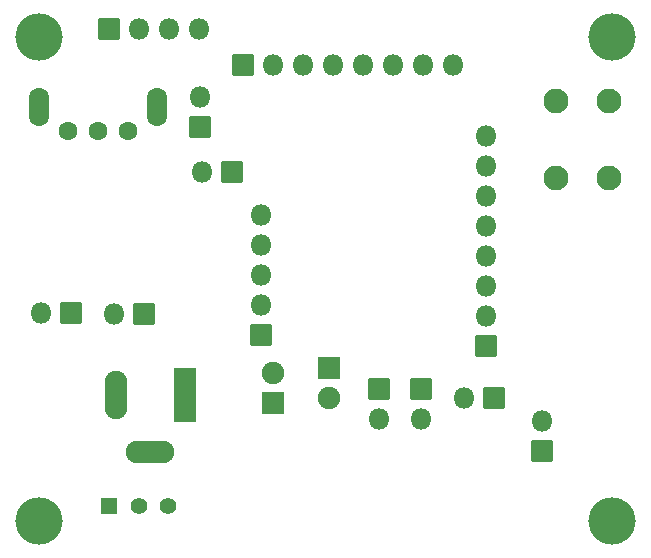
<source format=gbr>
%TF.GenerationSoftware,KiCad,Pcbnew,8.0.3*%
%TF.CreationDate,2024-08-05T20:49:33+08:00*%
%TF.ProjectId,PC_Fan_Control,50435f46-616e-45f4-936f-6e74726f6c2e,v1.0*%
%TF.SameCoordinates,Original*%
%TF.FileFunction,Soldermask,Bot*%
%TF.FilePolarity,Negative*%
%FSLAX46Y46*%
G04 Gerber Fmt 4.6, Leading zero omitted, Abs format (unit mm)*
G04 Created by KiCad (PCBNEW 8.0.3) date 2024-08-05 20:49:33*
%MOMM*%
%LPD*%
G01*
G04 APERTURE LIST*
G04 Aperture macros list*
%AMRoundRect*
0 Rectangle with rounded corners*
0 $1 Rounding radius*
0 $2 $3 $4 $5 $6 $7 $8 $9 X,Y pos of 4 corners*
0 Add a 4 corners polygon primitive as box body*
4,1,4,$2,$3,$4,$5,$6,$7,$8,$9,$2,$3,0*
0 Add four circle primitives for the rounded corners*
1,1,$1+$1,$2,$3*
1,1,$1+$1,$4,$5*
1,1,$1+$1,$6,$7*
1,1,$1+$1,$8,$9*
0 Add four rect primitives between the rounded corners*
20,1,$1+$1,$2,$3,$4,$5,0*
20,1,$1+$1,$4,$5,$6,$7,0*
20,1,$1+$1,$6,$7,$8,$9,0*
20,1,$1+$1,$8,$9,$2,$3,0*%
G04 Aperture macros list end*
%ADD10RoundRect,0.050800X-0.850000X-0.850000X0.850000X-0.850000X0.850000X0.850000X-0.850000X0.850000X0*%
%ADD11O,1.801600X1.801600*%
%ADD12RoundRect,0.050800X0.850000X0.850000X-0.850000X0.850000X-0.850000X-0.850000X0.850000X-0.850000X0*%
%ADD13RoundRect,0.050800X-0.850000X0.850000X-0.850000X-0.850000X0.850000X-0.850000X0.850000X0.850000X0*%
%ADD14C,4.001600*%
%ADD15C,2.101600*%
%ADD16RoundRect,0.050800X0.850000X-0.850000X0.850000X0.850000X-0.850000X0.850000X-0.850000X-0.850000X0*%
%ADD17RoundRect,0.050800X0.900000X-0.900000X0.900000X0.900000X-0.900000X0.900000X-0.900000X-0.900000X0*%
%ADD18C,1.901600*%
%ADD19RoundRect,0.050800X-0.900000X2.200000X-0.900000X-2.200000X0.900000X-2.200000X0.900000X2.200000X0*%
%ADD20O,1.901600X4.101600*%
%ADD21O,4.101600X1.901600*%
%ADD22RoundRect,0.050800X-0.900000X0.900000X-0.900000X-0.900000X0.900000X-0.900000X0.900000X0.900000X0*%
%ADD23RoundRect,0.050800X-0.650000X-0.650000X0.650000X-0.650000X0.650000X0.650000X-0.650000X0.650000X0*%
%ADD24C,1.401600*%
%ADD25C,1.601600*%
%ADD26O,1.701600X3.301600*%
G04 APERTURE END LIST*
D10*
%TO.C,J6*%
X141328500Y-127728400D03*
D11*
X141328500Y-130268400D03*
%TD*%
D12*
%TO.C,JP3*%
X122654500Y-105503400D03*
D11*
X122654500Y-102963400D03*
%TD*%
D13*
%TO.C,JP2*%
X147551500Y-128490400D03*
D11*
X145011500Y-128490400D03*
%TD*%
D10*
%TO.C,J7*%
X137772500Y-127728400D03*
D11*
X137772500Y-130268400D03*
%TD*%
D14*
%TO.C,J3*%
X157535467Y-138890600D03*
%TD*%
%TO.C,J4*%
X109035467Y-138890600D03*
%TD*%
D15*
%TO.C,SW1*%
X157289500Y-103321400D03*
X157289500Y-109821400D03*
X152789500Y-103321400D03*
X152789500Y-109821400D03*
%TD*%
D14*
%TO.C,J1*%
X157535467Y-97890600D03*
%TD*%
D12*
%TO.C,JP1*%
X151610500Y-132940400D03*
D11*
X151610500Y-130400400D03*
%TD*%
D16*
%TO.C,J9*%
X126337500Y-100296400D03*
D11*
X128877500Y-100296400D03*
X131417500Y-100296400D03*
X133957500Y-100296400D03*
X136497500Y-100296400D03*
X139037500Y-100296400D03*
X141577500Y-100296400D03*
X144117500Y-100296400D03*
%TD*%
D17*
%TO.C,D5*%
X128877500Y-128876400D03*
D18*
X128877500Y-126336400D03*
%TD*%
D19*
%TO.C,J5*%
X121384500Y-128236400D03*
D20*
X115584500Y-128236400D03*
D21*
X118384500Y-133036400D03*
%TD*%
D13*
%TO.C,JP6*%
X117955500Y-121378400D03*
D11*
X115415500Y-121378400D03*
%TD*%
D13*
%TO.C,JP4*%
X125326500Y-109313400D03*
D11*
X122786500Y-109313400D03*
%TD*%
D14*
%TO.C,J2*%
X109035467Y-97890600D03*
%TD*%
D22*
%TO.C,D4*%
X133581500Y-125950400D03*
D18*
X133581500Y-128490400D03*
%TD*%
D16*
%TO.C,P1*%
X114915467Y-97248400D03*
D11*
X117455467Y-97248400D03*
X119995467Y-97248400D03*
X122535467Y-97248400D03*
%TD*%
D13*
%TO.C,JP5*%
X111737500Y-121251400D03*
D11*
X109197500Y-121251400D03*
%TD*%
D23*
%TO.C,S1*%
X114987500Y-137634400D03*
D24*
X117487500Y-137634400D03*
X119987500Y-137634400D03*
%TD*%
D12*
%TO.C,J8*%
X146911500Y-124045400D03*
D11*
X146911500Y-121505400D03*
X146911500Y-118965400D03*
X146911500Y-116425400D03*
X146911500Y-113885400D03*
X146911500Y-111345400D03*
X146911500Y-108805400D03*
X146911500Y-106265400D03*
%TD*%
D12*
%TO.C,P2*%
X127861500Y-123156400D03*
D11*
X127861500Y-120616400D03*
X127861500Y-118076400D03*
X127861500Y-115536400D03*
X127861500Y-112996400D03*
%TD*%
D25*
%TO.C,U9*%
X111518500Y-105837400D03*
X114018500Y-105837400D03*
X116518500Y-105837400D03*
D26*
X109018500Y-103837400D03*
X119018500Y-103837400D03*
%TD*%
M02*

</source>
